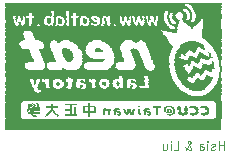
<source format=gbr>
G04 EAGLE Gerber RS-274X export*
G75*
%MOMM*%
%FSLAX34Y34*%
%LPD*%
%INSilkscreen Bottom*%
%IPPOS*%
%AMOC8*
5,1,8,0,0,1.08239X$1,22.5*%
G01*
%ADD10C,0.076200*%
%ADD11R,18.288000X0.045719*%
%ADD12R,18.288000X0.045722*%
%ADD13R,0.685800X0.045722*%
%ADD14R,1.554481X0.045722*%
%ADD15R,0.594359X0.045719*%
%ADD16R,1.417322X0.045719*%
%ADD17R,0.548641X0.045722*%
%ADD18R,1.371600X0.045722*%
%ADD19R,0.502919X0.045719*%
%ADD20R,1.325881X0.045719*%
%ADD21R,0.457200X0.045722*%
%ADD22R,1.325881X0.045722*%
%ADD23R,0.457200X0.045719*%
%ADD24R,0.091441X0.045719*%
%ADD25R,0.045719X0.045719*%
%ADD26R,0.045722X0.045719*%
%ADD27R,0.274319X0.045719*%
%ADD28R,1.280159X0.045719*%
%ADD29R,0.182878X0.045722*%
%ADD30R,0.182881X0.045722*%
%ADD31R,0.137162X0.045722*%
%ADD32R,0.091441X0.045722*%
%ADD33R,1.097278X0.045722*%
%ADD34R,0.137159X0.045722*%
%ADD35R,1.280159X0.045722*%
%ADD36R,0.502922X0.045719*%
%ADD37R,0.228600X0.045719*%
%ADD38R,0.274322X0.045719*%
%ADD39R,0.182881X0.045719*%
%ADD40R,0.182878X0.045719*%
%ADD41R,1.097278X0.045719*%
%ADD42R,0.137159X0.045719*%
%ADD43R,0.548641X0.045719*%
%ADD44R,0.685800X0.045719*%
%ADD45R,0.320041X0.045719*%
%ADD46R,0.594363X0.045722*%
%ADD47R,0.640081X0.045722*%
%ADD48R,0.228600X0.045722*%
%ADD49R,0.274319X0.045722*%
%ADD50R,0.320038X0.045722*%
%ADD51R,0.320038X0.045719*%
%ADD52R,0.960119X0.045719*%
%ADD53R,0.274322X0.045722*%
%ADD54R,0.091438X0.045722*%
%ADD55R,0.365759X0.045722*%
%ADD56R,0.960119X0.045722*%
%ADD57R,0.091438X0.045719*%
%ADD58R,0.548638X0.045719*%
%ADD59R,1.005841X0.045719*%
%ADD60R,0.411478X0.045722*%
%ADD61R,0.411481X0.045722*%
%ADD62R,0.045719X0.045722*%
%ADD63R,0.502919X0.045722*%
%ADD64R,0.365759X0.045719*%
%ADD65R,0.137162X0.045719*%
%ADD66R,0.365762X0.045719*%
%ADD67R,1.097281X0.045719*%
%ADD68R,1.051559X0.045722*%
%ADD69R,0.594359X0.045722*%
%ADD70R,0.731522X0.045722*%
%ADD71R,0.045722X0.045722*%
%ADD72R,1.005841X0.045722*%
%ADD73R,0.731522X0.045719*%
%ADD74R,1.051559X0.045719*%
%ADD75R,1.371600X0.045719*%
%ADD76R,1.417322X0.045722*%
%ADD77R,0.640078X0.045719*%
%ADD78R,1.463041X0.045719*%
%ADD79R,1.737359X0.045719*%
%ADD80R,15.864841X0.045719*%
%ADD81R,1.554478X0.045719*%
%ADD82R,15.681959X0.045719*%
%ADD83R,1.417319X0.045722*%
%ADD84R,15.544800X0.045722*%
%ADD85R,1.325878X0.045719*%
%ADD86R,15.453359X0.045719*%
%ADD87R,1.234441X0.045722*%
%ADD88R,15.361922X0.045722*%
%ADD89R,1.143000X0.045719*%
%ADD90R,15.270481X0.045719*%
%ADD91R,12.298681X0.045719*%
%ADD92R,2.651759X0.045719*%
%ADD93R,12.115800X0.045722*%
%ADD94R,2.560322X0.045722*%
%ADD95R,12.070081X0.045719*%
%ADD96R,2.514600X0.045719*%
%ADD97R,0.914400X0.045722*%
%ADD98R,12.024359X0.045722*%
%ADD99R,2.468881X0.045722*%
%ADD100R,0.868678X0.045719*%
%ADD101R,11.932922X0.045719*%
%ADD102R,2.423159X0.045719*%
%ADD103R,0.822959X0.045719*%
%ADD104R,0.868681X0.045719*%
%ADD105R,11.841478X0.045719*%
%ADD106R,0.777241X0.045722*%
%ADD107R,1.051562X0.045722*%
%ADD108R,12.070081X0.045722*%
%ADD109R,2.377441X0.045722*%
%ADD110R,0.731519X0.045719*%
%ADD111R,12.070078X0.045719*%
%ADD112R,2.377441X0.045719*%
%ADD113R,3.749041X0.045722*%
%ADD114R,1.143000X0.045722*%
%ADD115R,1.508759X0.045722*%
%ADD116R,1.600200X0.045722*%
%ADD117R,1.554481X0.045719*%
%ADD118R,0.411478X0.045719*%
%ADD119R,0.411481X0.045719*%
%ADD120R,2.331722X0.045719*%
%ADD121R,1.691641X0.045719*%
%ADD122R,2.468878X0.045719*%
%ADD123R,0.640081X0.045719*%
%ADD124R,1.783078X0.045722*%
%ADD125R,2.423159X0.045722*%
%ADD126R,0.320041X0.045722*%
%ADD127R,2.286000X0.045722*%
%ADD128R,1.874522X0.045719*%
%ADD129R,2.377438X0.045719*%
%ADD130R,2.286000X0.045719*%
%ADD131R,1.965959X0.045722*%
%ADD132R,2.240281X0.045722*%
%ADD133R,2.103122X0.045719*%
%ADD134R,2.240281X0.045719*%
%ADD135R,2.194559X0.045719*%
%ADD136R,0.731519X0.045722*%
%ADD137R,0.365762X0.045722*%
%ADD138R,2.194559X0.045722*%
%ADD139R,0.777238X0.045719*%
%ADD140R,0.868681X0.045722*%
%ADD141R,0.868678X0.045722*%
%ADD142R,2.148841X0.045722*%
%ADD143R,1.417319X0.045719*%
%ADD144R,2.148841X0.045719*%
%ADD145R,0.777241X0.045719*%
%ADD146R,2.103122X0.045722*%
%ADD147R,2.057400X0.045719*%
%ADD148R,2.057400X0.045722*%
%ADD149R,0.640078X0.045722*%
%ADD150R,2.011681X0.045722*%
%ADD151R,1.783081X0.045722*%
%ADD152R,4.069081X0.045722*%
%ADD153R,5.303522X0.045722*%
%ADD154R,2.011681X0.045719*%
%ADD155R,1.783081X0.045719*%
%ADD156R,4.069081X0.045719*%
%ADD157R,5.303522X0.045719*%
%ADD158R,1.828800X0.045722*%
%ADD159R,1.965959X0.045719*%
%ADD160R,1.828800X0.045719*%
%ADD161R,4.160519X0.045719*%
%ADD162R,9.601200X0.045719*%
%ADD163R,1.920241X0.045722*%
%ADD164R,9.601200X0.045722*%
%ADD165R,14.036041X0.045719*%
%ADD166R,1.463041X0.045722*%
%ADD167R,14.036041X0.045722*%
%ADD168R,13.990322X0.045719*%
%ADD169R,1.005837X0.045722*%
%ADD170R,13.990322X0.045722*%
%ADD171R,13.944600X0.045719*%
%ADD172R,13.944600X0.045722*%
%ADD173R,0.960122X0.045719*%
%ADD174R,0.914400X0.045719*%
%ADD175R,1.188722X0.045719*%
%ADD176R,0.822959X0.045722*%
%ADD177R,1.874522X0.045722*%
%ADD178R,1.645919X0.045719*%
%ADD179R,0.594363X0.045719*%
%ADD180R,1.188719X0.045722*%
%ADD181R,1.691641X0.045722*%
%ADD182R,1.051562X0.045719*%
%ADD183R,1.188719X0.045719*%
%ADD184R,0.777238X0.045722*%
%ADD185R,1.645922X0.045722*%
%ADD186R,1.234438X0.045719*%
%ADD187R,1.645922X0.045719*%
%ADD188R,0.822963X0.045722*%
%ADD189R,1.234438X0.045722*%
%ADD190R,0.960122X0.045722*%
%ADD191R,1.325878X0.045722*%
%ADD192R,1.737359X0.045722*%
%ADD193R,1.005837X0.045719*%
%ADD194R,1.463037X0.045719*%
%ADD195R,1.463037X0.045722*%
%ADD196R,2.331722X0.045722*%
%ADD197R,1.508759X0.045719*%
%ADD198R,1.600200X0.045719*%
%ADD199R,1.920241X0.045719*%
%ADD200R,2.011678X0.045719*%
%ADD201R,2.011678X0.045722*%
%ADD202R,0.502922X0.045722*%
%ADD203R,2.148837X0.045719*%
%ADD204R,1.234441X0.045719*%
%ADD205R,2.103119X0.045722*%
%ADD206R,1.188722X0.045722*%
%ADD207R,1.783078X0.045719*%
%ADD208R,2.103119X0.045719*%
%ADD209R,11.155678X0.045722*%
%ADD210R,11.201400X0.045719*%
%ADD211R,11.155681X0.045719*%
%ADD212R,11.155678X0.045719*%
%ADD213R,1.645919X0.045722*%
%ADD214R,11.109959X0.045722*%
%ADD215R,11.109962X0.045719*%
%ADD216R,11.064241X0.045719*%
%ADD217R,11.064238X0.045722*%
%ADD218R,11.064238X0.045719*%
%ADD219R,11.018522X0.045722*%
%ADD220R,11.018519X0.045719*%
%ADD221R,11.064241X0.045722*%
%ADD222R,11.109959X0.045719*%
%ADD223R,13.167359X0.045722*%
%ADD224R,14.493241X0.045719*%
%ADD225R,13.898881X0.045719*%
%ADD226R,13.853159X0.045722*%
%ADD227R,13.807441X0.045719*%
%ADD228R,13.716000X0.045722*%
%ADD229R,1.097281X0.045722*%
%ADD230R,0.548638X0.045722*%
%ADD231R,0.822963X0.045719*%
%ADD232R,4.572000X0.045722*%
%ADD233R,2.651759X0.045722*%
%ADD234R,7.452359X0.045719*%
%ADD235R,7.452359X0.045722*%
%ADD236R,2.240278X0.045719*%
%ADD237R,2.240278X0.045722*%
%ADD238R,8.092441X0.045719*%
%ADD239R,3.886200X0.045719*%
%ADD240R,8.138162X0.045722*%
%ADD241R,3.886200X0.045722*%
%ADD242R,8.229600X0.045719*%
%ADD243R,14.996159X0.045722*%
%ADD244R,2.331719X0.045719*%
%ADD245R,14.996159X0.045719*%
%ADD246R,15.041881X0.045719*%
%ADD247R,15.087600X0.045722*%
%ADD248R,15.499081X0.045719*%
%ADD249R,2.468878X0.045722*%
%ADD250R,15.453359X0.045722*%
%ADD251R,15.361922X0.045719*%
%ADD252R,2.560319X0.045722*%
%ADD253R,15.224759X0.045722*%
%ADD254R,2.606041X0.045719*%
%ADD255R,15.179041X0.045719*%
%ADD256R,2.697478X0.045722*%
%ADD257R,15.179041X0.045722*%
%ADD258R,2.743200X0.045719*%
%ADD259R,15.224759X0.045719*%
%ADD260R,2.834641X0.045719*%


D10*
X383032Y345186D02*
X383032Y352552D01*
X383032Y349278D02*
X378940Y349278D01*
X378940Y352552D02*
X378940Y345186D01*
X374938Y348051D02*
X372892Y347232D01*
X374938Y348051D02*
X374997Y348076D01*
X375054Y348105D01*
X375109Y348138D01*
X375162Y348174D01*
X375213Y348212D01*
X375261Y348254D01*
X375307Y348299D01*
X375350Y348346D01*
X375390Y348396D01*
X375427Y348448D01*
X375461Y348503D01*
X375492Y348559D01*
X375519Y348617D01*
X375542Y348677D01*
X375562Y348737D01*
X375578Y348799D01*
X375591Y348862D01*
X375599Y348926D01*
X375604Y348989D01*
X375605Y349053D01*
X375602Y349117D01*
X375595Y349181D01*
X375584Y349244D01*
X375570Y349306D01*
X375552Y349368D01*
X375530Y349428D01*
X375505Y349487D01*
X375476Y349544D01*
X375443Y349599D01*
X375408Y349652D01*
X375369Y349703D01*
X375327Y349752D01*
X375283Y349798D01*
X375235Y349841D01*
X375186Y349881D01*
X375133Y349918D01*
X375079Y349952D01*
X375023Y349983D01*
X374965Y350010D01*
X374906Y350034D01*
X374845Y350053D01*
X374783Y350070D01*
X374720Y350082D01*
X374657Y350091D01*
X374593Y350096D01*
X374529Y350097D01*
X374393Y350093D01*
X374258Y350085D01*
X374122Y350073D01*
X373988Y350057D01*
X373853Y350037D01*
X373720Y350014D01*
X373587Y349986D01*
X373455Y349955D01*
X373324Y349920D01*
X373194Y349881D01*
X373065Y349838D01*
X372938Y349791D01*
X372812Y349741D01*
X372687Y349687D01*
X372892Y347232D02*
X372833Y347207D01*
X372776Y347178D01*
X372721Y347145D01*
X372668Y347109D01*
X372617Y347071D01*
X372569Y347029D01*
X372523Y346984D01*
X372480Y346937D01*
X372440Y346887D01*
X372403Y346835D01*
X372369Y346780D01*
X372338Y346724D01*
X372311Y346666D01*
X372288Y346606D01*
X372268Y346546D01*
X372252Y346484D01*
X372239Y346421D01*
X372231Y346357D01*
X372226Y346294D01*
X372225Y346230D01*
X372228Y346166D01*
X372235Y346102D01*
X372246Y346039D01*
X372260Y345977D01*
X372278Y345915D01*
X372300Y345855D01*
X372325Y345796D01*
X372354Y345739D01*
X372387Y345684D01*
X372422Y345631D01*
X372461Y345580D01*
X372503Y345531D01*
X372547Y345485D01*
X372595Y345442D01*
X372644Y345402D01*
X372697Y345365D01*
X372751Y345331D01*
X372807Y345300D01*
X372865Y345273D01*
X372924Y345249D01*
X372985Y345230D01*
X373047Y345213D01*
X373110Y345201D01*
X373173Y345192D01*
X373237Y345187D01*
X373301Y345186D01*
X373465Y345190D01*
X373629Y345198D01*
X373793Y345210D01*
X373956Y345226D01*
X374119Y345246D01*
X374282Y345269D01*
X374443Y345297D01*
X374605Y345328D01*
X374765Y345363D01*
X374924Y345402D01*
X375083Y345445D01*
X375240Y345491D01*
X375397Y345541D01*
X375552Y345595D01*
X369282Y345186D02*
X369282Y350097D01*
X369486Y352143D02*
X369486Y352552D01*
X369077Y352552D01*
X369077Y352143D01*
X369486Y352143D01*
X364894Y348051D02*
X363053Y348051D01*
X364894Y348050D02*
X364969Y348048D01*
X365044Y348042D01*
X365118Y348032D01*
X365192Y348019D01*
X365265Y348001D01*
X365337Y347980D01*
X365407Y347955D01*
X365476Y347926D01*
X365544Y347894D01*
X365610Y347858D01*
X365674Y347819D01*
X365736Y347777D01*
X365795Y347731D01*
X365852Y347682D01*
X365907Y347631D01*
X365958Y347576D01*
X366007Y347519D01*
X366053Y347460D01*
X366095Y347398D01*
X366134Y347334D01*
X366170Y347268D01*
X366202Y347200D01*
X366231Y347131D01*
X366256Y347061D01*
X366277Y346989D01*
X366295Y346916D01*
X366308Y346842D01*
X366318Y346768D01*
X366324Y346693D01*
X366326Y346618D01*
X366324Y346543D01*
X366318Y346468D01*
X366308Y346394D01*
X366295Y346320D01*
X366277Y346247D01*
X366256Y346175D01*
X366231Y346105D01*
X366202Y346036D01*
X366170Y345968D01*
X366134Y345902D01*
X366095Y345838D01*
X366053Y345776D01*
X366007Y345717D01*
X365958Y345660D01*
X365907Y345605D01*
X365852Y345554D01*
X365795Y345505D01*
X365736Y345459D01*
X365674Y345417D01*
X365610Y345378D01*
X365544Y345342D01*
X365476Y345310D01*
X365407Y345281D01*
X365337Y345256D01*
X365265Y345235D01*
X365192Y345217D01*
X365118Y345204D01*
X365044Y345194D01*
X364969Y345188D01*
X364894Y345186D01*
X363053Y345186D01*
X363053Y348869D01*
X363052Y348869D02*
X363054Y348938D01*
X363060Y349006D01*
X363069Y349075D01*
X363083Y349142D01*
X363100Y349209D01*
X363121Y349275D01*
X363145Y349339D01*
X363174Y349402D01*
X363205Y349463D01*
X363240Y349522D01*
X363278Y349580D01*
X363320Y349635D01*
X363364Y349687D01*
X363412Y349737D01*
X363462Y349785D01*
X363514Y349829D01*
X363569Y349871D01*
X363627Y349909D01*
X363686Y349944D01*
X363747Y349975D01*
X363810Y350004D01*
X363874Y350028D01*
X363940Y350049D01*
X364007Y350066D01*
X364074Y350080D01*
X364143Y350089D01*
X364211Y350095D01*
X364280Y350097D01*
X365917Y350097D01*
X354921Y350710D02*
X354955Y350769D01*
X354986Y350829D01*
X355013Y350890D01*
X355037Y350954D01*
X355057Y351018D01*
X355074Y351083D01*
X355087Y351149D01*
X355096Y351216D01*
X355101Y351283D01*
X355103Y351351D01*
X355101Y351418D01*
X355095Y351486D01*
X355085Y351552D01*
X355072Y351618D01*
X355055Y351684D01*
X355034Y351748D01*
X355010Y351811D01*
X354982Y351872D01*
X354951Y351932D01*
X354917Y351990D01*
X354879Y352046D01*
X354839Y352100D01*
X354795Y352152D01*
X354749Y352200D01*
X354700Y352247D01*
X354648Y352290D01*
X354594Y352331D01*
X354538Y352368D01*
X354480Y352402D01*
X354420Y352433D01*
X354358Y352461D01*
X354295Y352485D01*
X354231Y352505D01*
X354166Y352522D01*
X354099Y352535D01*
X354033Y352544D01*
X353965Y352550D01*
X353898Y352552D01*
X354921Y350711D02*
X351442Y345186D01*
X352875Y350710D02*
X352841Y350769D01*
X352810Y350829D01*
X352783Y350890D01*
X352759Y350954D01*
X352739Y351018D01*
X352722Y351083D01*
X352709Y351149D01*
X352700Y351216D01*
X352695Y351283D01*
X352693Y351351D01*
X352695Y351418D01*
X352701Y351486D01*
X352711Y351552D01*
X352724Y351618D01*
X352741Y351684D01*
X352762Y351748D01*
X352786Y351811D01*
X352814Y351872D01*
X352845Y351932D01*
X352879Y351990D01*
X352917Y352046D01*
X352957Y352100D01*
X353001Y352152D01*
X353047Y352200D01*
X353096Y352247D01*
X353148Y352290D01*
X353202Y352331D01*
X353258Y352368D01*
X353316Y352402D01*
X353376Y352433D01*
X353438Y352461D01*
X353501Y352485D01*
X353565Y352505D01*
X353630Y352522D01*
X353697Y352535D01*
X353763Y352544D01*
X353831Y352550D01*
X353898Y352552D01*
X355535Y346414D02*
X355533Y346345D01*
X355527Y346277D01*
X355518Y346208D01*
X355504Y346141D01*
X355487Y346074D01*
X355466Y346008D01*
X355442Y345944D01*
X355413Y345881D01*
X355382Y345820D01*
X355347Y345761D01*
X355309Y345703D01*
X355267Y345648D01*
X355223Y345596D01*
X355175Y345546D01*
X355125Y345498D01*
X355073Y345454D01*
X355018Y345412D01*
X354960Y345374D01*
X354901Y345339D01*
X354840Y345308D01*
X354777Y345279D01*
X354713Y345255D01*
X354647Y345234D01*
X354580Y345217D01*
X354513Y345203D01*
X354444Y345194D01*
X354376Y345188D01*
X354307Y345186D01*
X355534Y346414D02*
X355532Y346474D01*
X355527Y346533D01*
X355518Y346593D01*
X355506Y346651D01*
X355491Y346709D01*
X355472Y346766D01*
X355449Y346821D01*
X355424Y346875D01*
X355395Y346928D01*
X355364Y346979D01*
X355329Y347028D01*
X355330Y347028D02*
X352874Y350711D01*
X353693Y345391D02*
X353742Y345356D01*
X353793Y345325D01*
X353846Y345296D01*
X353900Y345271D01*
X353955Y345248D01*
X354012Y345229D01*
X354070Y345214D01*
X354128Y345202D01*
X354188Y345193D01*
X354247Y345188D01*
X354307Y345186D01*
X353693Y345391D02*
X350624Y347641D01*
X344246Y345186D02*
X344246Y352552D01*
X344246Y345186D02*
X340972Y345186D01*
X338314Y345186D02*
X338314Y350097D01*
X338519Y352143D02*
X338519Y352552D01*
X338110Y352552D01*
X338110Y352143D01*
X338519Y352143D01*
X335074Y350097D02*
X335074Y346414D01*
X335075Y346414D02*
X335073Y346345D01*
X335067Y346277D01*
X335058Y346208D01*
X335044Y346141D01*
X335027Y346074D01*
X335006Y346008D01*
X334982Y345944D01*
X334953Y345881D01*
X334922Y345820D01*
X334887Y345761D01*
X334849Y345703D01*
X334807Y345648D01*
X334763Y345596D01*
X334715Y345546D01*
X334665Y345498D01*
X334613Y345454D01*
X334558Y345413D01*
X334500Y345374D01*
X334441Y345339D01*
X334380Y345308D01*
X334317Y345279D01*
X334253Y345255D01*
X334187Y345234D01*
X334120Y345217D01*
X334053Y345203D01*
X333985Y345194D01*
X333916Y345188D01*
X333847Y345186D01*
X331800Y345186D01*
X331800Y350097D01*
D11*
X289789Y361950D03*
D12*
X289789Y362407D03*
D11*
X289789Y362864D03*
X289789Y363322D03*
D12*
X289789Y363779D03*
D11*
X289789Y364236D03*
D12*
X289789Y364693D03*
D11*
X289789Y365150D03*
X289789Y365608D03*
D12*
X289789Y366065D03*
D11*
X289789Y366522D03*
D12*
X289789Y366979D03*
D11*
X289789Y367436D03*
X289789Y367894D03*
D12*
X289789Y368351D03*
D11*
X289789Y368808D03*
D12*
X289789Y369265D03*
D11*
X289789Y369722D03*
X289789Y370180D03*
D13*
X377800Y370637D03*
D14*
X206121Y370637D03*
D15*
X378257Y371094D03*
D16*
X205435Y371094D03*
D17*
X378485Y371551D03*
D18*
X205207Y371551D03*
D19*
X378714Y372008D03*
D20*
X204978Y372008D03*
D19*
X378714Y372466D03*
D20*
X204978Y372466D03*
D21*
X378943Y372923D03*
D22*
X204978Y372923D03*
D23*
X378943Y373380D03*
D24*
X269215Y373380D03*
D25*
X242468Y373380D03*
D26*
X232867Y373380D03*
D27*
X223037Y373380D03*
D28*
X204749Y373380D03*
D21*
X378943Y373837D03*
D29*
X366598Y373837D03*
X357454Y373837D03*
D30*
X348767Y373837D03*
X337795Y373837D03*
X319507Y373837D03*
D31*
X294132Y373837D03*
D32*
X269215Y373837D03*
D33*
X253670Y373837D03*
D34*
X242468Y373837D03*
X233324Y373837D03*
X223723Y373837D03*
X221894Y373837D03*
D35*
X204749Y373837D03*
D23*
X378943Y374294D03*
X366598Y374294D03*
X357454Y374294D03*
D36*
X348539Y374294D03*
D23*
X337795Y374294D03*
D37*
X327050Y374294D03*
D38*
X319964Y374294D03*
D39*
X316763Y374294D03*
D37*
X311963Y374294D03*
D39*
X305333Y374294D03*
D37*
X300990Y374294D03*
D27*
X294361Y374294D03*
D40*
X291160Y374294D03*
D37*
X286360Y374294D03*
X281788Y374294D03*
D24*
X269215Y374294D03*
D41*
X253670Y374294D03*
D39*
X241783Y374294D03*
D42*
X233782Y374294D03*
D24*
X221209Y374294D03*
D28*
X204749Y374294D03*
D23*
X378943Y374752D03*
D43*
X367055Y374752D03*
X357911Y374752D03*
D44*
X348539Y374752D03*
D39*
X339623Y374752D03*
D42*
X335737Y374752D03*
D37*
X327050Y374752D03*
D38*
X319964Y374752D03*
D39*
X316763Y374752D03*
D37*
X311963Y374752D03*
D27*
X305333Y374752D03*
D37*
X300990Y374752D03*
D45*
X294589Y374752D03*
D40*
X291160Y374752D03*
D37*
X286360Y374752D03*
X281788Y374752D03*
D24*
X269215Y374752D03*
X256870Y374752D03*
X253670Y374752D03*
D42*
X241097Y374752D03*
X234239Y374752D03*
D24*
X221209Y374752D03*
D28*
X204749Y374752D03*
D21*
X378943Y375209D03*
D46*
X367284Y375209D03*
D47*
X357911Y375209D03*
D13*
X348539Y375209D03*
D34*
X340309Y375209D03*
D48*
X327050Y375209D03*
X320650Y375209D03*
D30*
X316763Y375209D03*
D48*
X311963Y375209D03*
D49*
X305333Y375209D03*
D50*
X300990Y375209D03*
D48*
X295046Y375209D03*
D29*
X291160Y375209D03*
D48*
X286360Y375209D03*
X281788Y375209D03*
D32*
X269215Y375209D03*
X256870Y375209D03*
X253670Y375209D03*
D34*
X240640Y375209D03*
D31*
X234696Y375209D03*
D34*
X221437Y375209D03*
D35*
X204749Y375209D03*
D23*
X378943Y375666D03*
D38*
X368884Y375666D03*
X359740Y375666D03*
D27*
X351053Y375666D03*
D45*
X346253Y375666D03*
D42*
X340766Y375666D03*
D37*
X327050Y375666D03*
X320650Y375666D03*
D39*
X316763Y375666D03*
D40*
X311734Y375666D03*
D27*
X305333Y375666D03*
D51*
X300990Y375666D03*
D37*
X295046Y375666D03*
D40*
X291160Y375666D03*
D37*
X286360Y375666D03*
X281788Y375666D03*
D24*
X269215Y375666D03*
X256870Y375666D03*
X253670Y375666D03*
D42*
X240182Y375666D03*
X235153Y375666D03*
D52*
X222352Y375666D03*
D28*
X204749Y375666D03*
D21*
X378943Y376123D03*
D49*
X369341Y376123D03*
X360197Y376123D03*
X351053Y376123D03*
D53*
X346024Y376123D03*
D54*
X340995Y376123D03*
D34*
X338023Y376123D03*
D30*
X335509Y376123D03*
D48*
X327050Y376123D03*
X320650Y376123D03*
D30*
X316763Y376123D03*
D29*
X311734Y376123D03*
D55*
X305333Y376123D03*
D50*
X300990Y376123D03*
D48*
X295046Y376123D03*
D29*
X291160Y376123D03*
D48*
X286360Y376123D03*
X281788Y376123D03*
D32*
X273787Y376123D03*
X269215Y376123D03*
X264643Y376123D03*
X256870Y376123D03*
X253670Y376123D03*
D34*
X239725Y376123D03*
X235610Y376123D03*
D56*
X222352Y376123D03*
D35*
X204749Y376123D03*
D23*
X378943Y376580D03*
D37*
X369570Y376580D03*
X360426Y376580D03*
X351282Y376580D03*
X345796Y376580D03*
D57*
X340995Y376580D03*
D58*
X336423Y376580D03*
D37*
X327050Y376580D03*
D38*
X319964Y376580D03*
D37*
X316535Y376580D03*
D40*
X311734Y376580D03*
X306248Y376580D03*
D42*
X304190Y376580D03*
X301904Y376580D03*
D39*
X299847Y376580D03*
D27*
X294361Y376580D03*
D40*
X291160Y376580D03*
D37*
X286360Y376580D03*
X281788Y376580D03*
D59*
X269215Y376580D03*
D24*
X256870Y376580D03*
X253670Y376580D03*
X239497Y376580D03*
D42*
X236068Y376580D03*
D57*
X222123Y376580D03*
D28*
X204749Y376580D03*
D23*
X378943Y377038D03*
D37*
X369570Y377038D03*
X360426Y377038D03*
X351282Y377038D03*
X345796Y377038D03*
D24*
X341452Y377038D03*
D42*
X338480Y377038D03*
D40*
X335966Y377038D03*
D24*
X333680Y377038D03*
D37*
X327050Y377038D03*
D58*
X318135Y377038D03*
D40*
X311734Y377038D03*
X306248Y377038D03*
D42*
X304190Y377038D03*
D39*
X302133Y377038D03*
D42*
X299618Y377038D03*
D19*
X292760Y377038D03*
D37*
X286360Y377038D03*
X281788Y377038D03*
D59*
X269215Y377038D03*
D24*
X256870Y377038D03*
X253670Y377038D03*
X239039Y377038D03*
X236296Y377038D03*
D42*
X221437Y377038D03*
D28*
X204749Y377038D03*
D21*
X378943Y377495D03*
D48*
X369570Y377495D03*
X360426Y377495D03*
X351282Y377495D03*
X345796Y377495D03*
D32*
X341452Y377495D03*
D54*
X338709Y377495D03*
D32*
X335966Y377495D03*
X333223Y377495D03*
D48*
X327050Y377495D03*
D60*
X317449Y377495D03*
D29*
X311734Y377495D03*
D30*
X306705Y377495D03*
D55*
X303047Y377495D03*
D29*
X299390Y377495D03*
D61*
X291846Y377495D03*
D48*
X286360Y377495D03*
X281788Y377495D03*
D32*
X273787Y377495D03*
X269215Y377495D03*
X264643Y377495D03*
X256870Y377495D03*
X253670Y377495D03*
X239039Y377495D03*
X236753Y377495D03*
D29*
X220294Y377495D03*
D62*
X217322Y377495D03*
D35*
X204749Y377495D03*
D23*
X378943Y377952D03*
D37*
X369570Y377952D03*
X360426Y377952D03*
X351282Y377952D03*
X345796Y377952D03*
D25*
X341224Y377952D03*
D42*
X338480Y377952D03*
X335737Y377952D03*
D24*
X333223Y377952D03*
D37*
X327050Y377952D03*
D27*
X316763Y377952D03*
D40*
X311734Y377952D03*
D39*
X306705Y377952D03*
D45*
X302819Y377952D03*
D40*
X299390Y377952D03*
D38*
X291160Y377952D03*
D27*
X286131Y377952D03*
D37*
X281788Y377952D03*
D24*
X273787Y377952D03*
X269215Y377952D03*
X264643Y377952D03*
X256870Y377952D03*
X253670Y377952D03*
X238582Y377952D03*
X236753Y377952D03*
X227152Y377952D03*
D15*
X222352Y377952D03*
D57*
X217551Y377952D03*
D28*
X204749Y377952D03*
D21*
X378943Y378409D03*
D48*
X369570Y378409D03*
X360426Y378409D03*
D49*
X351053Y378409D03*
D48*
X345796Y378409D03*
D54*
X340995Y378409D03*
D34*
X338480Y378409D03*
X335737Y378409D03*
D32*
X333223Y378409D03*
D48*
X327050Y378409D03*
X316535Y378409D03*
X311506Y378409D03*
X306934Y378409D03*
D49*
X303047Y378409D03*
D48*
X299161Y378409D03*
X290932Y378409D03*
D13*
X284074Y378409D03*
D32*
X273787Y378409D03*
X269215Y378409D03*
X264643Y378409D03*
D34*
X257099Y378409D03*
D63*
X251612Y378409D03*
D32*
X238582Y378409D03*
X237211Y378409D03*
X227152Y378409D03*
D17*
X222580Y378409D03*
D34*
X217322Y378409D03*
D22*
X204978Y378409D03*
D23*
X378943Y378866D03*
D37*
X369570Y378866D03*
X360426Y378866D03*
D27*
X351053Y378866D03*
X345567Y378866D03*
D57*
X340995Y378866D03*
D64*
X336880Y378866D03*
D65*
X332994Y378866D03*
D37*
X327050Y378866D03*
D58*
X318135Y378866D03*
D37*
X311506Y378866D03*
X306934Y378866D03*
D27*
X303047Y378866D03*
D39*
X298933Y378866D03*
D43*
X292532Y378866D03*
D44*
X284074Y378866D03*
D24*
X273787Y378866D03*
X269215Y378866D03*
X264643Y378866D03*
D42*
X257099Y378866D03*
D43*
X251384Y378866D03*
D37*
X237896Y378866D03*
D24*
X227152Y378866D03*
X217094Y378866D03*
D20*
X204978Y378866D03*
D23*
X378943Y379324D03*
D27*
X369341Y379324D03*
X360197Y379324D03*
X351053Y379324D03*
X345567Y379324D03*
D42*
X340766Y379324D03*
D66*
X336423Y379324D03*
D24*
X333223Y379324D03*
D37*
X327050Y379324D03*
D19*
X318364Y379324D03*
D37*
X311506Y379324D03*
D40*
X307162Y379324D03*
D37*
X302819Y379324D03*
X298704Y379324D03*
D19*
X292760Y379324D03*
D37*
X286360Y379324D03*
D64*
X282931Y379324D03*
D24*
X273787Y379324D03*
X269215Y379324D03*
X264643Y379324D03*
X256870Y379324D03*
D42*
X253441Y379324D03*
D40*
X237668Y379324D03*
D67*
X222123Y379324D03*
D20*
X204978Y379324D03*
D21*
X378943Y379781D03*
D53*
X368884Y379781D03*
X359740Y379781D03*
D49*
X351053Y379781D03*
X345567Y379781D03*
D32*
X340538Y379781D03*
X333223Y379781D03*
D48*
X327050Y379781D03*
D61*
X318364Y379781D03*
X292760Y379781D03*
D48*
X282702Y379781D03*
D32*
X273787Y379781D03*
X269215Y379781D03*
X264643Y379781D03*
X256870Y379781D03*
D34*
X253441Y379781D03*
X237896Y379781D03*
D68*
X222352Y379781D03*
D22*
X204978Y379781D03*
D23*
X378943Y380238D03*
D66*
X368427Y380238D03*
D25*
X364084Y380238D03*
D66*
X359283Y380238D03*
D25*
X354940Y380238D03*
D37*
X350825Y380238D03*
D27*
X345567Y380238D03*
D42*
X340309Y380238D03*
X333451Y380238D03*
D44*
X327050Y380238D03*
D24*
X273787Y380238D03*
X269215Y380238D03*
X264643Y380238D03*
X256870Y380238D03*
D42*
X253441Y380238D03*
X237896Y380238D03*
D57*
X226695Y380238D03*
D25*
X223266Y380238D03*
D26*
X221437Y380238D03*
D24*
X218008Y380238D03*
D20*
X204978Y380238D03*
D21*
X378943Y380695D03*
D69*
X366827Y380695D03*
X357683Y380695D03*
D48*
X350825Y380695D03*
D49*
X345567Y380695D03*
D30*
X339623Y380695D03*
D34*
X333908Y380695D03*
D70*
X326822Y380695D03*
D32*
X273787Y380695D03*
X269215Y380695D03*
X264643Y380695D03*
D71*
X257099Y380695D03*
D34*
X253441Y380695D03*
D72*
X237668Y380695D03*
D49*
X225781Y380695D03*
X222123Y380695D03*
D34*
X218237Y380695D03*
D22*
X204978Y380695D03*
D23*
X378943Y381152D03*
D43*
X366598Y381152D03*
X357454Y381152D03*
D37*
X350825Y381152D03*
X345338Y381152D03*
X338480Y381152D03*
D25*
X336652Y381152D03*
D37*
X334823Y381152D03*
D73*
X326822Y381152D03*
D37*
X311506Y381152D03*
D59*
X269215Y381152D03*
D24*
X253670Y381152D03*
D74*
X237896Y381152D03*
D37*
X225552Y381152D03*
D39*
X222123Y381152D03*
D27*
X218923Y381152D03*
D28*
X204749Y381152D03*
D23*
X378943Y381610D03*
X366141Y381610D03*
X356997Y381610D03*
D37*
X350825Y381610D03*
X345338Y381610D03*
D23*
X336423Y381610D03*
D73*
X326822Y381610D03*
D37*
X311506Y381610D03*
D59*
X269215Y381610D03*
D24*
X253670Y381610D03*
X237668Y381610D03*
D25*
X226466Y381610D03*
D39*
X222123Y381610D03*
D24*
X218008Y381610D03*
D28*
X204749Y381610D03*
D21*
X378943Y382067D03*
D31*
X268986Y382067D03*
D32*
X253670Y382067D03*
X237668Y382067D03*
D48*
X225552Y382067D03*
D71*
X221437Y382067D03*
D49*
X218923Y382067D03*
D35*
X204749Y382067D03*
D23*
X378943Y382524D03*
D24*
X269215Y382524D03*
D42*
X253441Y382524D03*
D24*
X237668Y382524D03*
D37*
X225552Y382524D03*
D24*
X223037Y382524D03*
D26*
X221437Y382524D03*
D37*
X218694Y382524D03*
D28*
X204749Y382524D03*
D21*
X378943Y382981D03*
D32*
X269215Y382981D03*
D72*
X253670Y382981D03*
D32*
X237668Y382981D03*
D62*
X226466Y382981D03*
D30*
X222123Y382981D03*
D32*
X218008Y382981D03*
D35*
X204749Y382981D03*
D23*
X378943Y383438D03*
D24*
X269215Y383438D03*
D59*
X253670Y383438D03*
D24*
X237668Y383438D03*
D37*
X225552Y383438D03*
X222352Y383438D03*
D27*
X218923Y383438D03*
D28*
X204749Y383438D03*
D23*
X378943Y383896D03*
D24*
X269215Y383896D03*
X224866Y383896D03*
D26*
X221437Y383896D03*
D20*
X204978Y383896D03*
D63*
X378714Y384353D03*
D22*
X204978Y384353D03*
D19*
X378714Y384810D03*
D75*
X205207Y384810D03*
D17*
X378485Y385267D03*
D76*
X205435Y385267D03*
D77*
X378028Y385724D03*
D78*
X205664Y385724D03*
D11*
X289789Y386182D03*
D12*
X289789Y386639D03*
D11*
X289789Y387096D03*
D12*
X289789Y387553D03*
D11*
X289789Y388010D03*
X289789Y388468D03*
D12*
X289789Y388925D03*
D11*
X289789Y389382D03*
D12*
X289789Y389839D03*
D79*
X372542Y390296D03*
D80*
X277673Y390296D03*
D81*
X373456Y390754D03*
D82*
X276758Y390754D03*
D83*
X374142Y391211D03*
D84*
X276073Y391211D03*
D85*
X374599Y391668D03*
D86*
X275615Y391668D03*
D87*
X375056Y392125D03*
D88*
X275158Y392125D03*
D89*
X375514Y392582D03*
D90*
X274701Y392582D03*
D41*
X375742Y393040D03*
D91*
X288646Y393040D03*
D92*
X211607Y393040D03*
D68*
X375971Y393497D03*
D93*
X288646Y393497D03*
D94*
X211150Y393497D03*
D52*
X376428Y393954D03*
D95*
X288417Y393954D03*
D96*
X210922Y393954D03*
D97*
X376657Y394411D03*
D98*
X288188Y394411D03*
D99*
X210693Y394411D03*
D100*
X376885Y394868D03*
D19*
X360426Y394868D03*
D101*
X287731Y394868D03*
D102*
X210464Y394868D03*
D103*
X377114Y395326D03*
D104*
X360426Y395326D03*
D105*
X287731Y395326D03*
D102*
X210464Y395326D03*
D106*
X377342Y395783D03*
D107*
X360426Y395783D03*
D108*
X286131Y395783D03*
D109*
X210236Y395783D03*
D110*
X377571Y396240D03*
D28*
X360197Y396240D03*
D111*
X285674Y396240D03*
D112*
X210236Y396240D03*
D13*
X377800Y396697D03*
D83*
X360426Y396697D03*
D113*
X326822Y396697D03*
D114*
X299618Y396697D03*
D106*
X287731Y396697D03*
D115*
X273101Y396697D03*
D97*
X258242Y396697D03*
D69*
X247498Y396697D03*
D116*
X233324Y396697D03*
D109*
X210236Y396697D03*
D77*
X378028Y397154D03*
D117*
X360197Y397154D03*
D96*
X332537Y397154D03*
D27*
X310363Y397154D03*
D24*
X304876Y397154D03*
D27*
X299847Y397154D03*
D25*
X295046Y397154D03*
D15*
X287731Y397154D03*
D23*
X276987Y397154D03*
D19*
X268986Y397154D03*
D24*
X262357Y397154D03*
D23*
X256413Y397154D03*
D118*
X247955Y397154D03*
D119*
X237896Y397154D03*
D44*
X228752Y397154D03*
D120*
X210007Y397154D03*
D77*
X378028Y397612D03*
D121*
X359969Y397612D03*
D122*
X332308Y397612D03*
D27*
X310363Y397612D03*
D25*
X304648Y397612D03*
D45*
X299618Y397612D03*
D23*
X287960Y397612D03*
D119*
X276758Y397612D03*
D19*
X268986Y397612D03*
D25*
X262128Y397612D03*
D119*
X256642Y397612D03*
D64*
X248183Y397612D03*
D118*
X237439Y397612D03*
D123*
X228981Y397612D03*
D120*
X210007Y397612D03*
D69*
X378257Y398069D03*
D124*
X359969Y398069D03*
D125*
X332080Y398069D03*
D48*
X310591Y398069D03*
D62*
X304648Y398069D03*
D126*
X299618Y398069D03*
D55*
X287960Y398069D03*
X276530Y398069D03*
D21*
X269215Y398069D03*
D62*
X262128Y398069D03*
D61*
X256642Y398069D03*
D50*
X248412Y398069D03*
D55*
X237211Y398069D03*
D47*
X228981Y398069D03*
D127*
X209779Y398069D03*
D43*
X378485Y398526D03*
D128*
X359969Y398526D03*
D129*
X331851Y398526D03*
D37*
X310591Y398526D03*
D39*
X305333Y398526D03*
D45*
X299618Y398526D03*
D64*
X287960Y398526D03*
D45*
X276301Y398526D03*
D23*
X269215Y398526D03*
D40*
X262814Y398526D03*
D119*
X256642Y398526D03*
D37*
X248412Y398526D03*
D51*
X236982Y398526D03*
D123*
X228981Y398526D03*
D130*
X209779Y398526D03*
D17*
X378485Y398983D03*
D131*
X359969Y398983D03*
D125*
X331622Y398983D03*
D30*
X310363Y398983D03*
X305333Y398983D03*
D126*
X299618Y398983D03*
D34*
X293675Y398983D03*
D53*
X287960Y398983D03*
D71*
X282245Y398983D03*
D126*
X276301Y398983D03*
D21*
X269215Y398983D03*
D29*
X262814Y398983D03*
D61*
X256642Y398983D03*
D62*
X250698Y398983D03*
D48*
X248412Y398983D03*
D62*
X242926Y398983D03*
D50*
X236982Y398983D03*
D69*
X229210Y398983D03*
D132*
X209550Y398983D03*
D19*
X378714Y399440D03*
D133*
X359740Y399440D03*
D112*
X331394Y399440D03*
D44*
X312877Y399440D03*
D42*
X305105Y399440D03*
D45*
X299618Y399440D03*
D37*
X293675Y399440D03*
D38*
X287960Y399440D03*
D37*
X282245Y399440D03*
D27*
X276073Y399440D03*
D23*
X269215Y399440D03*
D42*
X262585Y399440D03*
D119*
X256642Y399440D03*
X249326Y399440D03*
D37*
X242926Y399440D03*
D51*
X236982Y399440D03*
D15*
X229210Y399440D03*
D134*
X209550Y399440D03*
D23*
X378943Y399898D03*
D135*
X359740Y399898D03*
D120*
X331165Y399898D03*
D44*
X312877Y399898D03*
D25*
X304648Y399898D03*
D45*
X299618Y399898D03*
D37*
X293675Y399898D03*
D38*
X287960Y399898D03*
X282016Y399898D03*
D27*
X276073Y399898D03*
D23*
X269215Y399898D03*
D119*
X256642Y399898D03*
X249326Y399898D03*
D37*
X242926Y399898D03*
D27*
X236753Y399898D03*
D15*
X229210Y399898D03*
D134*
X209550Y399898D03*
D21*
X378943Y400355D03*
D127*
X359740Y400355D03*
X330937Y400355D03*
D136*
X312649Y400355D03*
D126*
X299618Y400355D03*
D48*
X293675Y400355D03*
X287731Y400355D03*
D53*
X282016Y400355D03*
D49*
X276073Y400355D03*
D63*
X268986Y400355D03*
D61*
X256642Y400355D03*
D137*
X249555Y400355D03*
D49*
X242697Y400355D03*
X236753Y400355D03*
D17*
X229438Y400355D03*
D62*
X223266Y400355D03*
D138*
X209321Y400355D03*
D118*
X379171Y400812D03*
D120*
X359969Y400812D03*
D130*
X330937Y400812D03*
D139*
X312420Y400812D03*
D45*
X299618Y400812D03*
D38*
X293446Y400812D03*
D37*
X287731Y400812D03*
D38*
X282016Y400812D03*
D27*
X276073Y400812D03*
D43*
X268757Y400812D03*
D119*
X256642Y400812D03*
D66*
X249555Y400812D03*
D27*
X242697Y400812D03*
X236753Y400812D03*
D43*
X229438Y400812D03*
D25*
X223266Y400812D03*
D135*
X209321Y400812D03*
D60*
X379171Y401269D03*
D18*
X364769Y401269D03*
D140*
X352196Y401269D03*
D132*
X330708Y401269D03*
D141*
X311963Y401269D03*
D126*
X299618Y401269D03*
D48*
X293675Y401269D03*
X287731Y401269D03*
D53*
X282016Y401269D03*
D49*
X276073Y401269D03*
D69*
X268072Y401269D03*
D61*
X256642Y401269D03*
X249326Y401269D03*
D49*
X242697Y401269D03*
X236753Y401269D03*
D17*
X229438Y401269D03*
D32*
X223495Y401269D03*
D142*
X209093Y401269D03*
D64*
X379400Y401726D03*
D143*
X364998Y401726D03*
D139*
X351282Y401726D03*
D135*
X330479Y401726D03*
D74*
X310591Y401726D03*
D45*
X299618Y401726D03*
D37*
X293675Y401726D03*
X287731Y401726D03*
D38*
X282016Y401726D03*
D27*
X276073Y401726D03*
D139*
X266700Y401726D03*
D119*
X256642Y401726D03*
X249326Y401726D03*
D37*
X242926Y401726D03*
D27*
X236753Y401726D03*
D23*
X229438Y401726D03*
D65*
X223266Y401726D03*
D144*
X209093Y401726D03*
D64*
X379400Y402184D03*
D16*
X365455Y402184D03*
D145*
X350825Y402184D03*
D135*
X330479Y402184D03*
D89*
X310134Y402184D03*
D45*
X299618Y402184D03*
D37*
X293675Y402184D03*
D38*
X287960Y402184D03*
D40*
X282016Y402184D03*
D27*
X276073Y402184D03*
D44*
X265328Y402184D03*
D119*
X256642Y402184D03*
X249326Y402184D03*
D42*
X242926Y402184D03*
D51*
X236982Y402184D03*
D38*
X228524Y402184D03*
D65*
X223266Y402184D03*
D133*
X208864Y402184D03*
D55*
X379400Y402641D03*
D18*
X365684Y402641D03*
D136*
X350139Y402641D03*
D142*
X330251Y402641D03*
D136*
X312191Y402641D03*
D126*
X306019Y402641D03*
X299618Y402641D03*
D71*
X293675Y402641D03*
D126*
X287731Y402641D03*
X276301Y402641D03*
D53*
X267386Y402641D03*
D126*
X263500Y402641D03*
D49*
X257327Y402641D03*
X248183Y402641D03*
D50*
X236982Y402641D03*
D48*
X228295Y402641D03*
D31*
X223266Y402641D03*
D146*
X208864Y402641D03*
D45*
X379628Y403098D03*
D110*
X369341Y403098D03*
D15*
X362255Y403098D03*
X349453Y403098D03*
D133*
X330022Y403098D03*
D110*
X312191Y403098D03*
D24*
X305333Y403098D03*
D45*
X299618Y403098D03*
X287731Y403098D03*
X276301Y403098D03*
D38*
X267386Y403098D03*
D24*
X262814Y403098D03*
D45*
X257099Y403098D03*
D27*
X248183Y403098D03*
D64*
X237211Y403098D03*
D40*
X228524Y403098D03*
D37*
X223266Y403098D03*
D147*
X208636Y403098D03*
D126*
X379628Y403555D03*
D13*
X369570Y403555D03*
D63*
X361798Y403555D03*
D17*
X348767Y403555D03*
D146*
X330022Y403555D03*
D136*
X312191Y403555D03*
D126*
X299618Y403555D03*
D60*
X287731Y403555D03*
D55*
X276530Y403555D03*
D126*
X267157Y403555D03*
X257099Y403555D03*
X247955Y403555D03*
D55*
X237211Y403555D03*
D29*
X228524Y403555D03*
D48*
X223266Y403555D03*
D148*
X208636Y403555D03*
D45*
X379628Y404012D03*
D110*
X369799Y404012D03*
D66*
X361569Y404012D03*
D15*
X348539Y404012D03*
D133*
X330022Y404012D03*
D110*
X312191Y404012D03*
D66*
X299847Y404012D03*
D43*
X287503Y404012D03*
D119*
X276758Y404012D03*
D45*
X267157Y404012D03*
D64*
X257327Y404012D03*
X247726Y404012D03*
D23*
X237668Y404012D03*
D40*
X228524Y404012D03*
D37*
X223266Y404012D03*
D147*
X208636Y404012D03*
D27*
X379857Y404470D03*
D44*
X370027Y404470D03*
D27*
X361569Y404470D03*
D123*
X348767Y404470D03*
D147*
X329794Y404470D03*
D145*
X311963Y404470D03*
D119*
X300076Y404470D03*
D110*
X287503Y404470D03*
D58*
X276987Y404470D03*
D25*
X271272Y404470D03*
D45*
X267157Y404470D03*
D119*
X257556Y404470D03*
D23*
X247269Y404470D03*
D19*
X237896Y404470D03*
D26*
X231953Y404470D03*
D40*
X228524Y404470D03*
D51*
X223266Y404470D03*
D147*
X208636Y404470D03*
D49*
X379857Y404927D03*
D149*
X370256Y404927D03*
D34*
X361340Y404927D03*
D13*
X348539Y404927D03*
D150*
X329565Y404927D03*
D151*
X306934Y404927D03*
D152*
X274472Y404927D03*
D153*
X224866Y404927D03*
D27*
X379857Y405384D03*
D44*
X370484Y405384D03*
D25*
X361340Y405384D03*
D145*
X348539Y405384D03*
D154*
X329565Y405384D03*
D155*
X306934Y405384D03*
D156*
X274472Y405384D03*
D157*
X224866Y405384D03*
D48*
X380086Y405841D03*
D69*
X370484Y405841D03*
D32*
X356083Y405841D03*
D106*
X348539Y405841D03*
D150*
X329565Y405841D03*
D158*
X306705Y405841D03*
D152*
X274472Y405841D03*
D153*
X224866Y405841D03*
D37*
X380086Y406298D03*
D23*
X370256Y406298D03*
D37*
X355854Y406298D03*
D100*
X348539Y406298D03*
D159*
X329336Y406298D03*
D160*
X306705Y406298D03*
D161*
X273558Y406298D03*
D157*
X224866Y406298D03*
D37*
X380086Y406756D03*
D64*
X369799Y406756D03*
D45*
X355397Y406756D03*
D100*
X348539Y406756D03*
D159*
X329336Y406756D03*
D160*
X306705Y406756D03*
D162*
X246355Y406756D03*
D48*
X380086Y407213D03*
X369570Y407213D03*
D18*
X350596Y407213D03*
D163*
X329108Y407213D03*
D158*
X306705Y407213D03*
D164*
X246355Y407213D03*
D40*
X380314Y407670D03*
D24*
X369341Y407670D03*
D16*
X350825Y407670D03*
D165*
X268529Y407670D03*
D29*
X380314Y408127D03*
D62*
X364084Y408127D03*
D166*
X351053Y408127D03*
D167*
X268529Y408127D03*
D40*
X380314Y408584D03*
D42*
X364084Y408584D03*
D23*
X356083Y408584D03*
D59*
X348310Y408584D03*
D168*
X268300Y408584D03*
D40*
X380314Y409042D03*
D27*
X363855Y409042D03*
D23*
X356540Y409042D03*
D52*
X348082Y409042D03*
D168*
X268300Y409042D03*
D29*
X380314Y409499D03*
D126*
X363626Y409499D03*
D63*
X356768Y409499D03*
D169*
X347853Y409499D03*
D170*
X268300Y409499D03*
D40*
X380314Y409956D03*
D23*
X363398Y409956D03*
D19*
X357226Y409956D03*
D52*
X347624Y409956D03*
D171*
X268072Y409956D03*
D29*
X380314Y410413D03*
D69*
X363169Y410413D03*
D23*
X357454Y410413D03*
D56*
X347624Y410413D03*
D172*
X268072Y410413D03*
D42*
X380543Y410870D03*
D24*
X372085Y410870D03*
D67*
X360655Y410870D03*
D173*
X347167Y410870D03*
D171*
X268072Y410870D03*
D42*
X380543Y411328D03*
D39*
X371627Y411328D03*
D41*
X361112Y411328D03*
D174*
X346939Y411328D03*
D171*
X268072Y411328D03*
D34*
X380543Y411785D03*
D53*
X371170Y411785D03*
D114*
X361340Y411785D03*
D97*
X346939Y411785D03*
D166*
X330022Y411785D03*
D93*
X258928Y411785D03*
D42*
X380543Y412242D03*
D66*
X370713Y412242D03*
D67*
X361569Y412242D03*
D104*
X346710Y412242D03*
D75*
X330479Y412242D03*
D28*
X312191Y412242D03*
D175*
X288874Y412242D03*
D74*
X263042Y412242D03*
D43*
X247726Y412242D03*
D103*
X232639Y412242D03*
D154*
X208407Y412242D03*
D34*
X380543Y412699D03*
D21*
X370256Y412699D03*
D114*
X361798Y412699D03*
D176*
X346481Y412699D03*
D22*
X330708Y412699D03*
D114*
X312420Y412699D03*
D141*
X289103Y412699D03*
D106*
X263042Y412699D03*
D126*
X247498Y412699D03*
D17*
X232639Y412699D03*
D177*
X207721Y412699D03*
D42*
X380543Y413156D03*
D178*
X364769Y413156D03*
D100*
X346253Y413156D03*
D28*
X330937Y413156D03*
D59*
X312649Y413156D03*
D110*
X289331Y413156D03*
D15*
X263042Y413156D03*
D39*
X247269Y413156D03*
D23*
X232639Y413156D03*
D155*
X207264Y413156D03*
D42*
X380543Y413614D03*
D89*
X369570Y413614D03*
D43*
X359740Y413614D03*
D103*
X346024Y413614D03*
D28*
X330937Y413614D03*
D52*
X312420Y413614D03*
D179*
X289560Y413614D03*
D19*
X263042Y413614D03*
D57*
X247269Y413614D03*
D64*
X232639Y413614D03*
D79*
X207035Y413614D03*
D34*
X380543Y414071D03*
D114*
X369570Y414071D03*
D61*
X359054Y414071D03*
D106*
X345796Y414071D03*
D180*
X330937Y414071D03*
D140*
X312420Y414071D03*
D63*
X289560Y414071D03*
D21*
X263271Y414071D03*
D49*
X232639Y414071D03*
D181*
X206807Y414071D03*
D42*
X380543Y414528D03*
D182*
X369570Y414528D03*
D38*
X358826Y414528D03*
D145*
X345796Y414528D03*
D183*
X330937Y414528D03*
D103*
X312649Y414528D03*
D64*
X289789Y414528D03*
D66*
X263271Y414528D03*
D39*
X232639Y414528D03*
D121*
X206807Y414528D03*
D34*
X380543Y414985D03*
D107*
X369570Y414985D03*
D30*
X358369Y414985D03*
D136*
X345567Y414985D03*
D180*
X330937Y414985D03*
D184*
X312420Y414985D03*
D55*
X289789Y414985D03*
D126*
X263500Y414985D03*
D30*
X232639Y414985D03*
D185*
X206578Y414985D03*
D40*
X380314Y415442D03*
D59*
X369799Y415442D03*
D44*
X345338Y415442D03*
D186*
X330708Y415442D03*
D110*
X312649Y415442D03*
D45*
X290017Y415442D03*
X263500Y415442D03*
D39*
X232639Y415442D03*
D187*
X206578Y415442D03*
D40*
X380314Y415900D03*
D59*
X369799Y415900D03*
D25*
X353568Y415900D03*
D145*
X345338Y415900D03*
D186*
X330708Y415900D03*
D44*
X312420Y415900D03*
D38*
X290246Y415900D03*
D37*
X263500Y415900D03*
D39*
X232639Y415900D03*
D187*
X206578Y415900D03*
D29*
X380314Y416357D03*
D126*
X373228Y416357D03*
D21*
X367513Y416357D03*
D32*
X353339Y416357D03*
D188*
X345567Y416357D03*
D189*
X330708Y416357D03*
D13*
X312420Y416357D03*
D48*
X290474Y416357D03*
D29*
X263728Y416357D03*
D30*
X232639Y416357D03*
D185*
X206578Y416357D03*
D40*
X380314Y416814D03*
D38*
X373456Y416814D03*
D64*
X367055Y416814D03*
D39*
X353339Y416814D03*
D174*
X346024Y416814D03*
D186*
X330708Y416814D03*
D44*
X312420Y416814D03*
D37*
X290474Y416814D03*
D40*
X263728Y416814D03*
D39*
X232639Y416814D03*
D187*
X206578Y416814D03*
D29*
X380314Y417271D03*
D48*
X373685Y417271D03*
D34*
X366370Y417271D03*
D48*
X353568Y417271D03*
D190*
X346253Y417271D03*
D35*
X330479Y417271D03*
D47*
X312191Y417271D03*
D30*
X290703Y417271D03*
X264185Y417271D03*
X232639Y417271D03*
D185*
X206578Y417271D03*
D40*
X380314Y417728D03*
D37*
X373685Y417728D03*
D25*
X365912Y417728D03*
D20*
X348082Y417728D03*
D28*
X330479Y417728D03*
D44*
X311963Y417728D03*
D39*
X290703Y417728D03*
X264185Y417728D03*
X232639Y417728D03*
D121*
X206807Y417728D03*
D40*
X380314Y418186D03*
D42*
X373685Y418186D03*
D25*
X361340Y418186D03*
D75*
X348310Y418186D03*
D85*
X330251Y418186D03*
D77*
X311734Y418186D03*
D37*
X290932Y418186D03*
X264414Y418186D03*
X232867Y418186D03*
D121*
X206807Y418186D03*
D29*
X380314Y418643D03*
D34*
X373685Y418643D03*
D29*
X361112Y418643D03*
D18*
X348310Y418643D03*
D191*
X330251Y418643D03*
D149*
X311734Y418643D03*
D48*
X291389Y418643D03*
D49*
X264643Y418643D03*
D126*
X232867Y418643D03*
D192*
X207035Y418643D03*
D37*
X380086Y419100D03*
D24*
X373913Y419100D03*
D45*
X360883Y419100D03*
D16*
X348539Y419100D03*
D75*
X330022Y419100D03*
D44*
X311506Y419100D03*
D51*
X291846Y419100D03*
D45*
X265328Y419100D03*
D119*
X233324Y419100D03*
D128*
X207721Y419100D03*
D48*
X380086Y419557D03*
D62*
X374142Y419557D03*
D21*
X360197Y419557D03*
D76*
X348539Y419557D03*
D18*
X330022Y419557D03*
D47*
X311277Y419557D03*
D97*
X294818Y419557D03*
D181*
X272186Y419557D03*
D126*
X252527Y419557D03*
D56*
X236068Y419557D03*
D125*
X210464Y419557D03*
D37*
X380086Y420014D03*
D15*
X359512Y420014D03*
D23*
X353797Y420014D03*
D173*
X346253Y420014D03*
D75*
X330022Y420014D03*
D123*
X311277Y420014D03*
D174*
X294818Y420014D03*
D155*
X272644Y420014D03*
D36*
X252527Y420014D03*
D193*
X235839Y420014D03*
D112*
X210236Y420014D03*
D37*
X380086Y420472D03*
D41*
X357454Y420472D03*
D104*
X345796Y420472D03*
D143*
X329794Y420472D03*
D77*
X310820Y420472D03*
D100*
X294589Y420472D03*
D160*
X272872Y420472D03*
D43*
X252298Y420472D03*
D52*
X235610Y420472D03*
D112*
X210236Y420472D03*
D49*
X379857Y420929D03*
D30*
X369341Y420929D03*
D68*
X357683Y420929D03*
D106*
X345338Y420929D03*
D83*
X329794Y420929D03*
D149*
X310820Y420929D03*
D176*
X294818Y420929D03*
D158*
X272872Y420929D03*
D149*
X252298Y420929D03*
D72*
X235382Y420929D03*
D109*
X210236Y420929D03*
D27*
X379857Y421386D03*
D45*
X368656Y421386D03*
D182*
X358140Y421386D03*
D44*
X344881Y421386D03*
D194*
X329565Y421386D03*
D123*
X310363Y421386D03*
D145*
X294589Y421386D03*
D128*
X273101Y421386D03*
D77*
X252298Y421386D03*
D59*
X235382Y421386D03*
D120*
X210007Y421386D03*
D49*
X379857Y421843D03*
D63*
X368198Y421843D03*
D107*
X358140Y421843D03*
D17*
X344653Y421843D03*
D195*
X329565Y421843D03*
D47*
X310363Y421843D03*
D106*
X294589Y421843D03*
D97*
X268300Y421843D03*
D13*
X252070Y421843D03*
D190*
X235153Y421843D03*
D196*
X210007Y421843D03*
D27*
X379857Y422300D03*
D15*
X367741Y422300D03*
D119*
X361798Y422300D03*
D15*
X356311Y422300D03*
D23*
X344195Y422300D03*
D194*
X329565Y422300D03*
D123*
X310363Y422300D03*
D145*
X294589Y422300D03*
D73*
X267386Y422300D03*
D44*
X252070Y422300D03*
D59*
X234925Y422300D03*
D130*
X209779Y422300D03*
D45*
X379628Y422758D03*
D57*
X372999Y422758D03*
D41*
X365684Y422758D03*
D23*
X356083Y422758D03*
D64*
X343738Y422758D03*
D197*
X329336Y422758D03*
D123*
X309905Y422758D03*
D110*
X294361Y422758D03*
D123*
X266929Y422758D03*
D145*
X252070Y422758D03*
D52*
X234696Y422758D03*
D130*
X209779Y422758D03*
D126*
X379628Y423215D03*
D87*
X366827Y423215D03*
D50*
X355854Y423215D03*
D60*
X343967Y423215D03*
D14*
X329565Y423215D03*
D47*
X309905Y423215D03*
D136*
X294361Y423215D03*
D17*
X266471Y423215D03*
D136*
X251841Y423215D03*
D72*
X234467Y423215D03*
D127*
X209779Y423215D03*
D45*
X379628Y423672D03*
D37*
X371856Y423672D03*
D174*
X365227Y423672D03*
D27*
X355625Y423672D03*
D118*
X343967Y423672D03*
D198*
X329336Y423672D03*
D77*
X309448Y423672D03*
D110*
X293903Y423672D03*
D36*
X266243Y423672D03*
D110*
X251841Y423672D03*
D59*
X234467Y423672D03*
D134*
X209550Y423672D03*
D55*
X379400Y424129D03*
D30*
X371627Y424129D03*
D184*
X364998Y424129D03*
D34*
X355397Y424129D03*
D21*
X344195Y424129D03*
D116*
X329336Y424129D03*
D149*
X309448Y424129D03*
D136*
X293903Y424129D03*
D21*
X266014Y424129D03*
D106*
X251612Y424129D03*
D190*
X234239Y424129D03*
D132*
X209550Y424129D03*
D64*
X379400Y424586D03*
D39*
X371627Y424586D03*
D123*
X364769Y424586D03*
D119*
X344424Y424586D03*
D198*
X329336Y424586D03*
D44*
X309220Y424586D03*
D110*
X293903Y424586D03*
D23*
X265557Y424586D03*
D145*
X251612Y424586D03*
D59*
X234010Y424586D03*
D135*
X209321Y424586D03*
D64*
X379400Y425044D03*
D39*
X371627Y425044D03*
D43*
X364312Y425044D03*
D57*
X350139Y425044D03*
D23*
X344653Y425044D03*
D187*
X329108Y425044D03*
D123*
X308991Y425044D03*
D44*
X293675Y425044D03*
D119*
X265328Y425044D03*
D103*
X251384Y425044D03*
D52*
X233782Y425044D03*
D135*
X209321Y425044D03*
D60*
X379171Y425501D03*
D34*
X371399Y425501D03*
D21*
X364312Y425501D03*
D48*
X349910Y425501D03*
D21*
X344653Y425501D03*
D181*
X329336Y425501D03*
D47*
X308991Y425501D03*
D13*
X293675Y425501D03*
D61*
X265328Y425501D03*
D106*
X251155Y425501D03*
D169*
X233553Y425501D03*
D138*
X209321Y425501D03*
D118*
X379171Y425958D03*
D24*
X371170Y425958D03*
D27*
X363855Y425958D03*
D64*
X349682Y425958D03*
D36*
X344881Y425958D03*
D79*
X329108Y425958D03*
D77*
X308534Y425958D03*
X293446Y425958D03*
D64*
X265100Y425958D03*
D145*
X251155Y425958D03*
D193*
X233553Y425958D03*
D144*
X209093Y425958D03*
D21*
X378943Y426415D03*
D32*
X371170Y426415D03*
D48*
X363626Y426415D03*
D141*
X347167Y426415D03*
D192*
X329108Y426415D03*
D149*
X308534Y426415D03*
D13*
X293218Y426415D03*
D60*
X264871Y426415D03*
D184*
X250698Y426415D03*
D56*
X233324Y426415D03*
D142*
X209093Y426415D03*
D23*
X378943Y426872D03*
D25*
X370942Y426872D03*
D24*
X363398Y426872D03*
D174*
X347396Y426872D03*
D79*
X329108Y426872D03*
D123*
X308077Y426872D03*
D44*
X293218Y426872D03*
D64*
X264643Y426872D03*
D139*
X250698Y426872D03*
D59*
X233096Y426872D03*
D133*
X208864Y426872D03*
D19*
X378714Y427330D03*
D25*
X370942Y427330D03*
D24*
X358369Y427330D03*
D174*
X347853Y427330D03*
D160*
X329108Y427330D03*
D123*
X308077Y427330D03*
X292989Y427330D03*
D64*
X264643Y427330D03*
D145*
X250241Y427330D03*
D173*
X232867Y427330D03*
D133*
X208864Y427330D03*
D63*
X378714Y427787D03*
D31*
X358140Y427787D03*
D56*
X348082Y427787D03*
D158*
X329108Y427787D03*
D46*
X307848Y427787D03*
D13*
X292760Y427787D03*
D60*
X278587Y427787D03*
D61*
X264414Y427787D03*
D106*
X250241Y427787D03*
D72*
X232639Y427787D03*
D148*
X208636Y427787D03*
D43*
X378485Y428244D03*
D27*
X357911Y428244D03*
D52*
X348082Y428244D03*
D128*
X328879Y428244D03*
D179*
X307848Y428244D03*
D77*
X292532Y428244D03*
D15*
X277673Y428244D03*
D119*
X264414Y428244D03*
D73*
X250012Y428244D03*
D59*
X232639Y428244D03*
D147*
X208636Y428244D03*
D17*
X378485Y428701D03*
D60*
X357683Y428701D03*
D190*
X348539Y428701D03*
D163*
X329108Y428701D03*
D69*
X307391Y428701D03*
D149*
X292532Y428701D03*
D69*
X277216Y428701D03*
D60*
X263957Y428701D03*
D13*
X249784Y428701D03*
D72*
X232181Y428701D03*
D148*
X208636Y428701D03*
D15*
X378257Y429158D03*
D23*
X357454Y429158D03*
D59*
X348767Y429158D03*
D199*
X329108Y429158D03*
D43*
X307162Y429158D03*
D44*
X292303Y429158D03*
D58*
X276987Y429158D03*
D118*
X263957Y429158D03*
D123*
X249555Y429158D03*
D59*
X232181Y429158D03*
D154*
X208407Y429158D03*
D15*
X378257Y429616D03*
D198*
X352196Y429616D03*
D200*
X329108Y429616D03*
D23*
X307162Y429616D03*
D123*
X292075Y429616D03*
D19*
X276758Y429616D03*
D36*
X263957Y429616D03*
D15*
X249326Y429616D03*
D173*
X231953Y429616D03*
D154*
X208407Y429616D03*
D149*
X378028Y430073D03*
D54*
X366141Y430073D03*
D116*
X352654Y430073D03*
D201*
X329108Y430073D03*
D126*
X306934Y430073D03*
D13*
X291846Y430073D03*
D21*
X276530Y430073D03*
D202*
X263957Y430073D03*
D63*
X249326Y430073D03*
D70*
X233096Y430073D03*
D115*
X205892Y430073D03*
D44*
X377800Y430530D03*
D40*
X365684Y430530D03*
D198*
X352654Y430530D03*
D133*
X329108Y430530D03*
D25*
X306934Y430530D03*
D110*
X291617Y430530D03*
D45*
X276301Y430530D03*
D43*
X263728Y430530D03*
D64*
X249098Y430530D03*
D44*
X233324Y430530D03*
D16*
X205435Y430530D03*
D13*
X377800Y430987D03*
D49*
X365227Y430987D03*
D116*
X353111Y430987D03*
D146*
X329108Y430987D03*
D136*
X291617Y430987D03*
D69*
X263500Y430987D03*
D34*
X248869Y430987D03*
D69*
X233324Y430987D03*
D22*
X204978Y430987D03*
D110*
X377571Y431444D03*
D64*
X364769Y431444D03*
D198*
X353568Y431444D03*
D144*
X329336Y431444D03*
D145*
X291389Y431444D03*
D15*
X263500Y431444D03*
D58*
X233553Y431444D03*
D28*
X204749Y431444D03*
D145*
X377342Y431902D03*
D147*
X356311Y431902D03*
D135*
X329108Y431902D03*
D103*
X291160Y431902D03*
D123*
X263271Y431902D03*
D19*
X233324Y431902D03*
D28*
X204749Y431902D03*
D106*
X377342Y432359D03*
D146*
X356540Y432359D03*
D142*
X328879Y432359D03*
D176*
X291160Y432359D03*
D13*
X263042Y432359D03*
D63*
X233324Y432359D03*
D87*
X204521Y432359D03*
D103*
X377114Y432816D03*
D200*
X356540Y432816D03*
D203*
X328422Y432816D03*
D104*
X290932Y432816D03*
D145*
X263042Y432816D03*
D23*
X233553Y432816D03*
D204*
X204521Y432816D03*
D141*
X376885Y433273D03*
D177*
X356311Y433273D03*
D205*
X328193Y433273D03*
D56*
X290932Y433273D03*
D176*
X262814Y433273D03*
D21*
X233096Y433273D03*
D206*
X204292Y433273D03*
D174*
X376657Y433730D03*
D207*
X356311Y433730D03*
D208*
X328193Y433730D03*
D193*
X290703Y433730D03*
D174*
X262814Y433730D03*
D23*
X233096Y433730D03*
D175*
X204292Y433730D03*
D52*
X376428Y434188D03*
D121*
X356311Y434188D03*
D133*
X327736Y434188D03*
D74*
X290474Y434188D03*
D59*
X262814Y434188D03*
D23*
X233096Y434188D03*
D175*
X204292Y434188D03*
D72*
X376199Y434645D03*
D115*
X356311Y434645D03*
D148*
X327508Y434645D03*
D206*
X290246Y434645D03*
D68*
X262585Y434645D03*
D21*
X233096Y434645D03*
D206*
X204292Y434645D03*
D74*
X375971Y435102D03*
D75*
X356083Y435102D03*
D208*
X327279Y435102D03*
D28*
X290246Y435102D03*
D89*
X262585Y435102D03*
D36*
X232867Y435102D03*
D175*
X204292Y435102D03*
D33*
X375742Y435559D03*
D87*
X356311Y435559D03*
D148*
X327050Y435559D03*
D54*
X308991Y435559D03*
D18*
X290246Y435559D03*
D191*
X262585Y435559D03*
D32*
X243154Y435559D03*
D17*
X233096Y435559D03*
D87*
X204521Y435559D03*
D89*
X375514Y436016D03*
D59*
X356083Y436016D03*
D147*
X326593Y436016D03*
D42*
X308762Y436016D03*
D197*
X290017Y436016D03*
D16*
X262585Y436016D03*
D42*
X243383Y436016D03*
D77*
X233096Y436016D03*
D204*
X204521Y436016D03*
D183*
X375285Y436474D03*
D110*
X356083Y436474D03*
D147*
X326136Y436474D03*
D38*
X308534Y436474D03*
D178*
X289789Y436474D03*
D198*
X262585Y436474D03*
D45*
X243383Y436474D03*
D110*
X232639Y436474D03*
D28*
X204749Y436474D03*
D87*
X375056Y436931D03*
D50*
X355854Y436931D03*
D142*
X325679Y436931D03*
D21*
X308534Y436931D03*
D158*
X289789Y436931D03*
D124*
X262585Y436931D03*
D60*
X243383Y436931D03*
D141*
X232867Y436931D03*
D22*
X204978Y436931D03*
D28*
X374828Y437388D03*
D134*
X324764Y437388D03*
D73*
X308534Y437388D03*
D208*
X289331Y437388D03*
D147*
X262585Y437388D03*
D44*
X243383Y437388D03*
D89*
X232410Y437388D03*
D197*
X205892Y437388D03*
D18*
X374371Y437845D03*
D209*
X279730Y437845D03*
D181*
X206807Y437845D03*
D143*
X374142Y438302D03*
D210*
X279502Y438302D03*
D187*
X206578Y438302D03*
D197*
X373685Y438760D03*
D211*
X279273Y438760D03*
D187*
X206578Y438760D03*
D116*
X373228Y439217D03*
D209*
X278816Y439217D03*
D116*
X206350Y439217D03*
D178*
X372999Y439674D03*
D212*
X278816Y439674D03*
D198*
X206350Y439674D03*
D213*
X372999Y440131D03*
D214*
X278587Y440131D03*
D116*
X206350Y440131D03*
D178*
X372999Y440588D03*
D215*
X278130Y440588D03*
D117*
X206121Y440588D03*
D178*
X372999Y441046D03*
D216*
X277901Y441046D03*
D117*
X206121Y441046D03*
D213*
X372999Y441503D03*
D214*
X277673Y441503D03*
D14*
X206121Y441503D03*
D178*
X372999Y441960D03*
D216*
X277444Y441960D03*
D197*
X205892Y441960D03*
D213*
X372999Y442417D03*
D217*
X276987Y442417D03*
D115*
X205892Y442417D03*
D178*
X372999Y442874D03*
D218*
X276987Y442874D03*
D197*
X205892Y442874D03*
D178*
X372999Y443332D03*
D216*
X276530Y443332D03*
D197*
X205892Y443332D03*
D213*
X372999Y443789D03*
D32*
X342367Y443789D03*
D219*
X276301Y443789D03*
D115*
X205892Y443789D03*
D178*
X372999Y444246D03*
D45*
X341224Y444246D03*
D220*
X275844Y444246D03*
D117*
X206121Y444246D03*
D213*
X372999Y444703D03*
D17*
X340081Y444703D03*
D221*
X275615Y444703D03*
D14*
X206121Y444703D03*
D178*
X372999Y445160D03*
D103*
X339166Y445160D03*
D216*
X275158Y445160D03*
D198*
X206350Y445160D03*
D178*
X372999Y445618D03*
D59*
X338252Y445618D03*
D222*
X274472Y445618D03*
D187*
X206578Y445618D03*
D213*
X372999Y446075D03*
D87*
X337109Y446075D03*
D223*
X264185Y446075D03*
D178*
X372999Y446532D03*
D224*
X270815Y446532D03*
D116*
X373228Y446989D03*
D49*
X342367Y446989D03*
D167*
X268529Y446989D03*
D198*
X373228Y447446D03*
D25*
X355854Y447446D03*
D37*
X342595Y447446D03*
D171*
X268072Y447446D03*
D198*
X373228Y447904D03*
D65*
X355854Y447904D03*
D37*
X342595Y447904D03*
D225*
X267843Y447904D03*
D116*
X373228Y448361D03*
D48*
X355854Y448361D03*
X342595Y448361D03*
D226*
X267614Y448361D03*
D198*
X373228Y448818D03*
D51*
X355854Y448818D03*
D45*
X342595Y448818D03*
D227*
X267386Y448818D03*
D116*
X373228Y449275D03*
D61*
X355854Y449275D03*
D55*
X342367Y449275D03*
D228*
X266929Y449275D03*
D198*
X373228Y449732D03*
D19*
X355854Y449732D03*
D23*
X341909Y449732D03*
D174*
X330479Y449732D03*
D45*
X322936Y449732D03*
D23*
X317221Y449732D03*
D38*
X311734Y449732D03*
D36*
X306019Y449732D03*
D45*
X300533Y449732D03*
D36*
X294589Y449732D03*
D45*
X288188Y449732D03*
X283159Y449732D03*
D118*
X277673Y449732D03*
D19*
X270358Y449732D03*
D57*
X263271Y449732D03*
D64*
X259613Y449732D03*
D119*
X253898Y449732D03*
D64*
X248641Y449732D03*
D57*
X242697Y449732D03*
D39*
X239497Y449732D03*
D24*
X237211Y449732D03*
D15*
X231038Y449732D03*
D36*
X222809Y449732D03*
X215951Y449732D03*
D45*
X210464Y449732D03*
D104*
X202692Y449732D03*
D198*
X373228Y450190D03*
D179*
X355854Y450190D03*
D43*
X341909Y450190D03*
D104*
X330708Y450190D03*
D37*
X322936Y450190D03*
D119*
X316992Y450190D03*
D37*
X311506Y450190D03*
D118*
X306019Y450190D03*
D37*
X300533Y450190D03*
D118*
X294589Y450190D03*
D27*
X288417Y450190D03*
D45*
X283159Y450190D03*
D37*
X278130Y450190D03*
D45*
X269900Y450190D03*
D27*
X259613Y450190D03*
D66*
X254127Y450190D03*
D27*
X248641Y450190D03*
D24*
X239497Y450190D03*
D36*
X230581Y450190D03*
X222809Y450190D03*
D118*
X215951Y450190D03*
D37*
X210464Y450190D03*
D103*
X202463Y450190D03*
D116*
X373228Y450647D03*
D136*
X355625Y450647D03*
D149*
X341452Y450647D03*
D176*
X330479Y450647D03*
D30*
X322707Y450647D03*
D55*
X317221Y450647D03*
D29*
X311734Y450647D03*
D126*
X306019Y450647D03*
D48*
X300533Y450647D03*
D21*
X294361Y450647D03*
D49*
X288417Y450647D03*
X282931Y450647D03*
D30*
X278359Y450647D03*
D48*
X269900Y450647D03*
D49*
X259613Y450647D03*
D137*
X254127Y450647D03*
D48*
X248869Y450647D03*
D32*
X239954Y450647D03*
D61*
X230124Y450647D03*
D202*
X222809Y450647D03*
D60*
X215951Y450647D03*
D29*
X210236Y450647D03*
D176*
X202463Y450647D03*
D198*
X373228Y451104D03*
D139*
X355854Y451104D03*
D40*
X343738Y451104D03*
D38*
X339166Y451104D03*
D110*
X330479Y451104D03*
D42*
X322936Y451104D03*
D51*
X316992Y451104D03*
D40*
X311734Y451104D03*
D45*
X306019Y451104D03*
D42*
X300533Y451104D03*
D23*
X293903Y451104D03*
D45*
X288646Y451104D03*
D27*
X282931Y451104D03*
D42*
X278587Y451104D03*
D40*
X269672Y451104D03*
D51*
X259842Y451104D03*
D45*
X253898Y451104D03*
D40*
X249098Y451104D03*
D42*
X239725Y451104D03*
D23*
X229438Y451104D03*
D43*
X223037Y451104D03*
D64*
X216179Y451104D03*
D42*
X210464Y451104D03*
D145*
X202235Y451104D03*
D116*
X373228Y451561D03*
D97*
X355625Y451561D03*
D29*
X343738Y451561D03*
D48*
X338480Y451561D03*
D136*
X330479Y451561D03*
D34*
X322936Y451561D03*
D49*
X317221Y451561D03*
D34*
X311506Y451561D03*
D49*
X305791Y451561D03*
D34*
X300533Y451561D03*
D97*
X291617Y451561D03*
D48*
X283159Y451561D03*
D32*
X278816Y451561D03*
X269672Y451561D03*
D50*
X259842Y451561D03*
D137*
X254127Y451561D03*
D29*
X249098Y451561D03*
D34*
X239725Y451561D03*
D229*
X225781Y451561D03*
D55*
X216179Y451561D03*
D34*
X210464Y451561D03*
D106*
X202235Y451561D03*
D198*
X373228Y452018D03*
D182*
X355854Y452018D03*
D39*
X344195Y452018D03*
D37*
X338023Y452018D03*
D44*
X330251Y452018D03*
D57*
X322707Y452018D03*
D37*
X316992Y452018D03*
D24*
X311734Y452018D03*
D27*
X305791Y452018D03*
D24*
X300304Y452018D03*
D174*
X291617Y452018D03*
D37*
X283159Y452018D03*
D24*
X278816Y452018D03*
D38*
X274244Y452018D03*
D24*
X269672Y452018D03*
D37*
X265328Y452018D03*
D64*
X260071Y452018D03*
D66*
X254127Y452018D03*
D40*
X249098Y452018D03*
D38*
X244526Y452018D03*
D40*
X239954Y452018D03*
X235382Y452018D03*
D67*
X225781Y452018D03*
D64*
X216179Y452018D03*
D24*
X210236Y452018D03*
D73*
X202006Y452018D03*
D198*
X373228Y452476D03*
D89*
X355854Y452476D03*
D39*
X344195Y452476D03*
X337795Y452476D03*
D44*
X330251Y452476D03*
D57*
X322707Y452476D03*
D37*
X316992Y452476D03*
D25*
X311506Y452476D03*
D37*
X306019Y452476D03*
D26*
X300533Y452476D03*
D100*
X291389Y452476D03*
D37*
X283159Y452476D03*
D57*
X279273Y452476D03*
D118*
X274015Y452476D03*
D42*
X269900Y452476D03*
D27*
X265557Y452476D03*
D64*
X260071Y452476D03*
D66*
X254127Y452476D03*
D42*
X249326Y452476D03*
D38*
X244526Y452476D03*
D40*
X239954Y452476D03*
D64*
X235382Y452476D03*
D182*
X225552Y452476D03*
D64*
X216179Y452476D03*
D24*
X210236Y452476D03*
D73*
X202006Y452476D03*
D116*
X373228Y452933D03*
D60*
X359969Y452933D03*
D149*
X352882Y452933D03*
D48*
X343967Y452933D03*
D30*
X337337Y452933D03*
D69*
X330251Y452933D03*
D54*
X322707Y452933D03*
D48*
X316992Y452933D03*
D62*
X311506Y452933D03*
D30*
X305791Y452933D03*
D71*
X300533Y452933D03*
D141*
X291389Y452933D03*
D48*
X283159Y452933D03*
D54*
X279273Y452933D03*
D17*
X271958Y452933D03*
D49*
X265557Y452933D03*
D55*
X260071Y452933D03*
D137*
X254127Y452933D03*
D34*
X249326Y452933D03*
D126*
X244754Y452933D03*
D29*
X239954Y452933D03*
D60*
X235153Y452933D03*
D107*
X225552Y452933D03*
D50*
X216408Y452933D03*
D71*
X210007Y452933D03*
D70*
X202006Y452933D03*
D198*
X373228Y453390D03*
D119*
X360426Y453390D03*
D123*
X352425Y453390D03*
D38*
X343738Y453390D03*
D39*
X337337Y453390D03*
D15*
X330251Y453390D03*
D39*
X316763Y453390D03*
X305791Y453390D03*
D100*
X291389Y453390D03*
D37*
X283159Y453390D03*
D57*
X279273Y453390D03*
D118*
X271729Y453390D03*
D27*
X265557Y453390D03*
D64*
X260071Y453390D03*
D66*
X254127Y453390D03*
D42*
X249326Y453390D03*
D45*
X244754Y453390D03*
D40*
X239954Y453390D03*
D118*
X235153Y453390D03*
D182*
X225552Y453390D03*
D51*
X216408Y453390D03*
D44*
X201778Y453390D03*
D116*
X373228Y453847D03*
D21*
X360655Y453847D03*
D13*
X352196Y453847D03*
D61*
X343510Y453847D03*
D29*
X336880Y453847D03*
D17*
X330022Y453847D03*
D62*
X324764Y453847D03*
X320192Y453847D03*
D31*
X316992Y453847D03*
D62*
X309220Y453847D03*
D30*
X305791Y453847D03*
D176*
X291160Y453847D03*
D48*
X283159Y453847D03*
D54*
X279273Y453847D03*
D50*
X271272Y453847D03*
D49*
X265557Y453847D03*
D55*
X260071Y453847D03*
D137*
X254127Y453847D03*
D34*
X249326Y453847D03*
D126*
X244754Y453847D03*
D29*
X239954Y453847D03*
D60*
X235153Y453847D03*
D107*
X225552Y453847D03*
D50*
X216408Y453847D03*
D71*
X207721Y453847D03*
D13*
X201778Y453847D03*
D198*
X373228Y454304D03*
D23*
X361112Y454304D03*
D73*
X351968Y454304D03*
D23*
X343281Y454304D03*
D40*
X336880Y454304D03*
D43*
X330022Y454304D03*
D25*
X324764Y454304D03*
X320192Y454304D03*
D65*
X316992Y454304D03*
D25*
X313792Y454304D03*
X309220Y454304D03*
D39*
X305791Y454304D03*
D25*
X302362Y454304D03*
D24*
X298018Y454304D03*
D103*
X291160Y454304D03*
D39*
X282931Y454304D03*
D57*
X279273Y454304D03*
D38*
X270586Y454304D03*
D27*
X265557Y454304D03*
D64*
X260071Y454304D03*
D66*
X254127Y454304D03*
D42*
X249326Y454304D03*
D38*
X244526Y454304D03*
D40*
X239954Y454304D03*
D118*
X235153Y454304D03*
D182*
X225552Y454304D03*
D51*
X216408Y454304D03*
D26*
X212293Y454304D03*
X207721Y454304D03*
D44*
X201778Y454304D03*
D198*
X373228Y454762D03*
D19*
X361340Y454762D03*
D39*
X354711Y454762D03*
D119*
X349910Y454762D03*
D118*
X342595Y454762D03*
D39*
X336423Y454762D03*
D43*
X330022Y454762D03*
D25*
X324764Y454762D03*
X320192Y454762D03*
D65*
X316992Y454762D03*
D57*
X313563Y454762D03*
X308991Y454762D03*
D24*
X305791Y454762D03*
D25*
X302362Y454762D03*
D24*
X298018Y454762D03*
D103*
X291160Y454762D03*
D39*
X282931Y454762D03*
D57*
X279273Y454762D03*
D25*
X275844Y454762D03*
D37*
X270358Y454762D03*
D27*
X265557Y454762D03*
D64*
X260071Y454762D03*
D66*
X254127Y454762D03*
D40*
X249098Y454762D03*
D38*
X244526Y454762D03*
D40*
X239954Y454762D03*
D118*
X235153Y454762D03*
D182*
X225552Y454762D03*
D51*
X216408Y454762D03*
D26*
X212293Y454762D03*
X207721Y454762D03*
D44*
X201778Y454762D03*
D116*
X373228Y455219D03*
D230*
X361569Y455219D03*
D29*
X355168Y455219D03*
D55*
X349682Y455219D03*
D50*
X342138Y455219D03*
D30*
X336423Y455219D03*
D17*
X330022Y455219D03*
D32*
X324536Y455219D03*
D54*
X320421Y455219D03*
D32*
X316763Y455219D03*
D54*
X313563Y455219D03*
X308991Y455219D03*
D32*
X305791Y455219D03*
X302590Y455219D03*
X298018Y455219D03*
D176*
X291160Y455219D03*
D31*
X282702Y455219D03*
D34*
X279044Y455219D03*
D29*
X275158Y455219D03*
D30*
X270129Y455219D03*
D48*
X265328Y455219D03*
D55*
X260071Y455219D03*
D137*
X254127Y455219D03*
D29*
X249098Y455219D03*
D48*
X244297Y455219D03*
D29*
X239954Y455219D03*
D60*
X235153Y455219D03*
D107*
X225552Y455219D03*
D50*
X216408Y455219D03*
D32*
X212065Y455219D03*
X207493Y455219D03*
D47*
X201549Y455219D03*
D198*
X373228Y455676D03*
D15*
X361798Y455676D03*
D40*
X355168Y455676D03*
D45*
X349910Y455676D03*
X341681Y455676D03*
D39*
X336423Y455676D03*
D36*
X330251Y455676D03*
D24*
X324536Y455676D03*
D42*
X320192Y455676D03*
D24*
X316763Y455676D03*
D57*
X313563Y455676D03*
X308991Y455676D03*
D24*
X305791Y455676D03*
D42*
X302362Y455676D03*
D24*
X298018Y455676D03*
D145*
X290932Y455676D03*
D24*
X282473Y455676D03*
D42*
X279044Y455676D03*
D37*
X274472Y455676D03*
D40*
X269672Y455676D03*
X265100Y455676D03*
D64*
X260071Y455676D03*
D66*
X254127Y455676D03*
D40*
X249098Y455676D03*
D39*
X244069Y455676D03*
D40*
X239954Y455676D03*
D27*
X234925Y455676D03*
D182*
X225552Y455676D03*
D27*
X216637Y455676D03*
D24*
X212065Y455676D03*
D42*
X207721Y455676D03*
D123*
X201549Y455676D03*
D138*
X370256Y456133D03*
D29*
X355168Y456133D03*
D49*
X350139Y456133D03*
D53*
X341452Y456133D03*
D34*
X336194Y456133D03*
D21*
X330022Y456133D03*
D32*
X324536Y456133D03*
D34*
X320192Y456133D03*
D32*
X316763Y456133D03*
D34*
X313334Y456133D03*
X309220Y456133D03*
D62*
X305562Y456133D03*
D34*
X302362Y456133D03*
X297790Y456133D03*
D106*
X290932Y456133D03*
D29*
X278816Y456133D03*
X269672Y456133D03*
D48*
X260756Y456133D03*
D30*
X253213Y456133D03*
D48*
X248869Y456133D03*
D29*
X239954Y456133D03*
D56*
X226466Y456133D03*
D32*
X215722Y456133D03*
X212065Y456133D03*
D34*
X207721Y456133D03*
D47*
X201549Y456133D03*
D135*
X370256Y456590D03*
D39*
X355625Y456590D03*
D37*
X350368Y456590D03*
D38*
X341452Y456590D03*
D42*
X336194Y456590D03*
D23*
X330022Y456590D03*
D40*
X324536Y456590D03*
D42*
X320192Y456590D03*
D25*
X316992Y456590D03*
D42*
X313334Y456590D03*
D39*
X308991Y456590D03*
D25*
X305562Y456590D03*
D42*
X302362Y456590D03*
X297790Y456590D03*
D145*
X290932Y456590D03*
D40*
X278816Y456590D03*
D37*
X269443Y456590D03*
D57*
X260985Y456590D03*
D65*
X252984Y456590D03*
D27*
X248641Y456590D03*
D40*
X239954Y456590D03*
D174*
X227152Y456590D03*
D25*
X215494Y456590D03*
D65*
X211836Y456590D03*
D42*
X207721Y456590D03*
D15*
X201320Y456590D03*
D135*
X370256Y457048D03*
D39*
X355625Y457048D03*
D38*
X350596Y457048D03*
D27*
X340995Y457048D03*
D42*
X336194Y457048D03*
D23*
X330022Y457048D03*
D40*
X324536Y457048D03*
D42*
X320192Y457048D03*
X313334Y457048D03*
D39*
X308991Y457048D03*
D25*
X305562Y457048D03*
D39*
X302133Y457048D03*
D40*
X298018Y457048D03*
D145*
X290932Y457048D03*
D38*
X278816Y457048D03*
D45*
X269443Y457048D03*
D42*
X261214Y457048D03*
D24*
X252755Y457048D03*
D27*
X248641Y457048D03*
D40*
X239954Y457048D03*
D100*
X227381Y457048D03*
D39*
X212065Y457048D03*
X207493Y457048D03*
D15*
X201320Y457048D03*
D138*
X370256Y457505D03*
D30*
X355625Y457505D03*
D53*
X350596Y457505D03*
D49*
X340995Y457505D03*
D34*
X336194Y457505D03*
D21*
X330022Y457505D03*
D29*
X324536Y457505D03*
D48*
X320192Y457505D03*
X313334Y457505D03*
D30*
X308991Y457505D03*
D62*
X305562Y457505D03*
D30*
X302133Y457505D03*
D29*
X298018Y457505D03*
D136*
X290703Y457505D03*
D126*
X278587Y457505D03*
D60*
X269443Y457505D03*
D34*
X261214Y457505D03*
D32*
X252755Y457505D03*
D55*
X248183Y457505D03*
D48*
X240182Y457505D03*
D97*
X227609Y457505D03*
D62*
X215494Y457505D03*
D30*
X212065Y457505D03*
D48*
X207721Y457505D03*
D69*
X201320Y457505D03*
D135*
X370256Y457962D03*
D39*
X355625Y457962D03*
D38*
X350596Y457962D03*
D27*
X340995Y457962D03*
D42*
X336194Y457962D03*
D19*
X329794Y457962D03*
D37*
X324307Y457962D03*
X320192Y457962D03*
D24*
X316763Y457962D03*
D37*
X313334Y457962D03*
D27*
X308991Y457962D03*
D25*
X305562Y457962D03*
D27*
X302133Y457962D03*
D38*
X298018Y457962D03*
D231*
X290703Y457962D03*
D42*
X284074Y457962D03*
D23*
X278359Y457962D03*
D43*
X269215Y457962D03*
D37*
X261671Y457962D03*
D65*
X252984Y457962D03*
D23*
X247726Y457962D03*
D27*
X240411Y457962D03*
D25*
X236982Y457962D03*
D182*
X227838Y457962D03*
D57*
X215265Y457962D03*
D37*
X211836Y457962D03*
X207721Y457962D03*
D123*
X201549Y457962D03*
D138*
X370256Y458419D03*
D30*
X355625Y458419D03*
D53*
X350596Y458419D03*
D48*
X341224Y458419D03*
D34*
X336194Y458419D03*
D232*
X309448Y458419D03*
D233*
X271501Y458419D03*
D137*
X254127Y458419D03*
D33*
X244526Y458419D03*
D213*
X228981Y458419D03*
D131*
X208178Y458419D03*
D135*
X370256Y458876D03*
D39*
X355625Y458876D03*
D38*
X350596Y458876D03*
D37*
X341224Y458876D03*
D42*
X336194Y458876D03*
D234*
X295504Y458876D03*
D66*
X254127Y458876D03*
D41*
X244526Y458876D03*
D178*
X228981Y458876D03*
D159*
X208178Y458876D03*
D135*
X370256Y459334D03*
D39*
X355625Y459334D03*
D38*
X350596Y459334D03*
X341452Y459334D03*
D39*
X336423Y459334D03*
D234*
X295504Y459334D03*
D66*
X254127Y459334D03*
D41*
X244526Y459334D03*
D178*
X228981Y459334D03*
D159*
X208178Y459334D03*
D138*
X370256Y459791D03*
D34*
X355397Y459791D03*
D49*
X350139Y459791D03*
D53*
X341452Y459791D03*
D30*
X336423Y459791D03*
D235*
X295504Y459791D03*
D137*
X254127Y459791D03*
D33*
X244526Y459791D03*
D213*
X228981Y459791D03*
D131*
X208178Y459791D03*
D236*
X370027Y460248D03*
D40*
X355168Y460248D03*
D45*
X349910Y460248D03*
X341681Y460248D03*
D40*
X336880Y460248D03*
D234*
X295504Y460248D03*
D66*
X254127Y460248D03*
D41*
X244526Y460248D03*
D178*
X228981Y460248D03*
D154*
X208407Y460248D03*
D237*
X370027Y460705D03*
D29*
X355168Y460705D03*
D126*
X349453Y460705D03*
D60*
X341681Y460705D03*
D48*
X337109Y460705D03*
D235*
X295504Y460705D03*
D61*
X254356Y460705D03*
D33*
X244526Y460705D03*
D181*
X228752Y460705D03*
D150*
X208407Y460705D03*
D236*
X370027Y461162D03*
D42*
X354940Y461162D03*
D64*
X348767Y461162D03*
D100*
X340309Y461162D03*
D238*
X292760Y461162D03*
D41*
X244526Y461162D03*
D239*
X217780Y461162D03*
D236*
X370027Y461620D03*
D39*
X354711Y461620D03*
D143*
X343052Y461620D03*
D238*
X292760Y461620D03*
D41*
X244526Y461620D03*
D239*
X217780Y461620D03*
D127*
X369799Y462077D03*
D48*
X354482Y462077D03*
D191*
X342595Y462077D03*
D240*
X292989Y462077D03*
D33*
X244526Y462077D03*
D241*
X217780Y462077D03*
D130*
X369799Y462534D03*
D40*
X354254Y462534D03*
D20*
X342138Y462534D03*
D242*
X292989Y462534D03*
D175*
X244526Y462534D03*
D239*
X217780Y462534D03*
D127*
X369799Y462991D03*
D30*
X353797Y462991D03*
D243*
X273329Y462991D03*
D244*
X369570Y463448D03*
D37*
X353568Y463448D03*
D245*
X273329Y463448D03*
D112*
X369341Y463906D03*
D37*
X353111Y463906D03*
D246*
X273558Y463906D03*
D109*
X369341Y464363D03*
D49*
X352425Y464363D03*
D247*
X273787Y464363D03*
D102*
X369113Y464820D03*
D248*
X275844Y464820D03*
D249*
X368884Y465277D03*
D250*
X275615Y465277D03*
D122*
X368884Y465734D03*
D251*
X275158Y465734D03*
D96*
X368656Y466192D03*
D90*
X274701Y466192D03*
D252*
X368427Y466649D03*
D253*
X274472Y466649D03*
D254*
X368198Y467106D03*
D255*
X274244Y467106D03*
D256*
X367741Y467563D03*
D257*
X274244Y467563D03*
D258*
X367513Y468020D03*
D259*
X274472Y468020D03*
D260*
X367055Y468478D03*
D90*
X274701Y468478D03*
D12*
X289789Y468935D03*
M02*

</source>
